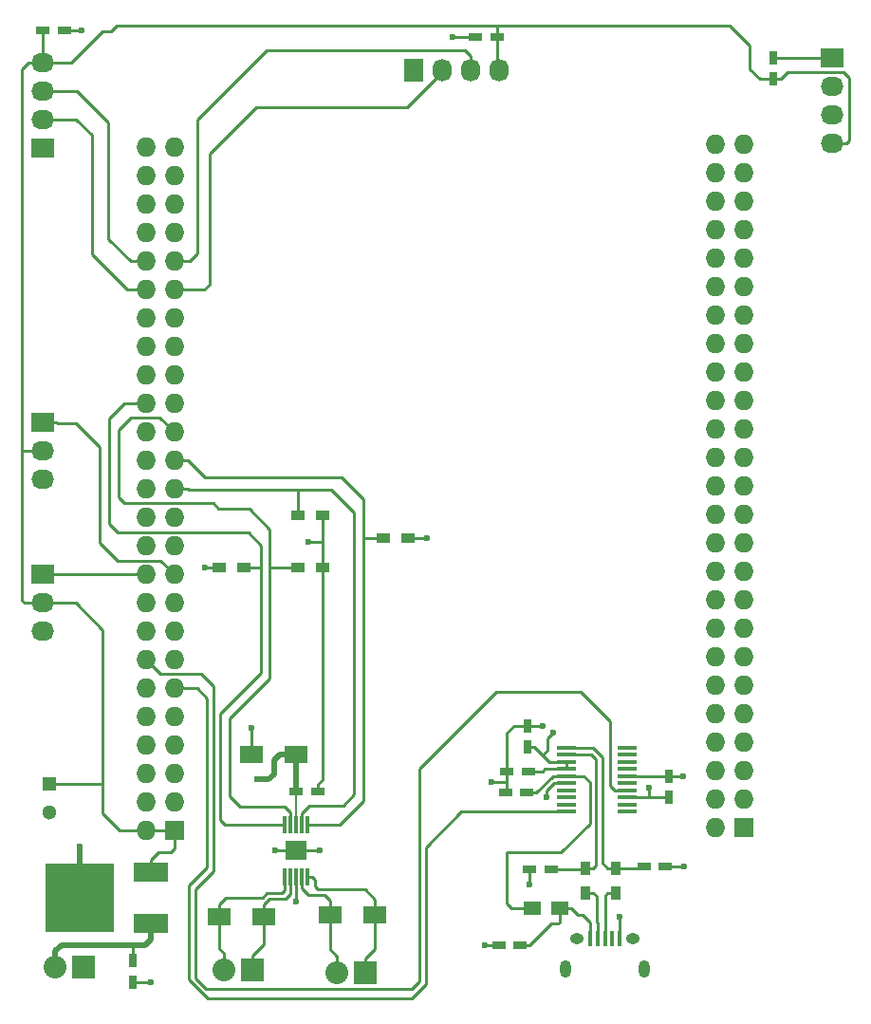
<source format=gbr>
G04 #@! TF.FileFunction,Copper,L1,Top,Signal*
%FSLAX46Y46*%
G04 Gerber Fmt 4.6, Leading zero omitted, Abs format (unit mm)*
G04 Created by KiCad (PCBNEW 4.0.5) date Mon Mar 20 16:02:57 2017*
%MOMM*%
%LPD*%
G01*
G04 APERTURE LIST*
%ADD10C,0.100000*%
%ADD11R,2.000000X1.600000*%
%ADD12R,1.200000X0.750000*%
%ADD13R,0.750000X1.200000*%
%ADD14C,1.300000*%
%ADD15R,1.300000X1.300000*%
%ADD16R,1.500000X1.250000*%
%ADD17R,0.400000X1.350000*%
%ADD18O,1.250000X0.950000*%
%ADD19O,1.000000X1.550000*%
%ADD20R,1.727200X1.727200*%
%ADD21O,1.727200X1.727200*%
%ADD22R,2.032000X1.727200*%
%ADD23O,2.032000X1.727200*%
%ADD24R,1.727200X2.032000*%
%ADD25O,1.727200X2.032000*%
%ADD26R,2.032000X2.032000*%
%ADD27O,2.032000X2.032000*%
%ADD28R,1.200000X0.900000*%
%ADD29R,0.900000X1.200000*%
%ADD30R,0.300000X1.650000*%
%ADD31R,1.980000X1.730000*%
%ADD32R,1.700000X0.350000*%
%ADD33R,3.048000X1.651000*%
%ADD34R,6.096000X6.096000*%
%ADD35C,0.600000*%
%ADD36C,0.500000*%
%ADD37C,0.250000*%
%ADD38C,0.200000*%
G04 APERTURE END LIST*
D10*
D11*
X112450000Y-103500000D03*
X108450000Y-103500000D03*
D12*
X112450000Y-106800000D03*
X114350000Y-106800000D03*
D11*
X119500000Y-117800000D03*
X115500000Y-117800000D03*
X109550000Y-117950000D03*
X105550000Y-117950000D03*
D12*
X132450000Y-120500000D03*
X130550000Y-120500000D03*
X133050000Y-106900000D03*
X131150000Y-106900000D03*
X143500000Y-113500000D03*
X145400000Y-113500000D03*
X135200000Y-113750000D03*
X133300000Y-113750000D03*
D13*
X145700000Y-107350000D03*
X145700000Y-105450000D03*
X133100000Y-102850000D03*
X133100000Y-100950000D03*
D12*
X133150000Y-105000000D03*
X131250000Y-105000000D03*
D13*
X97850000Y-121900000D03*
X97850000Y-123800000D03*
D14*
X90450000Y-108650000D03*
D15*
X90450000Y-106150000D03*
D13*
X155050000Y-43250000D03*
X155050000Y-41350000D03*
D12*
X130350000Y-39500000D03*
X128450000Y-39500000D03*
X89850000Y-38900000D03*
X91750000Y-38900000D03*
D16*
X133500000Y-117250000D03*
X136000000Y-117250000D03*
D17*
X138699100Y-119937460D03*
X139349100Y-119937460D03*
X139999100Y-119937460D03*
X140649100Y-119937460D03*
X141299100Y-119937460D03*
D18*
X137499100Y-119937460D03*
X142499100Y-119937460D03*
D19*
X136499100Y-122637460D03*
X143499100Y-122637460D03*
D20*
X152400000Y-110000000D03*
D21*
X149860000Y-110000000D03*
X152400000Y-107460000D03*
X149860000Y-107460000D03*
X152400000Y-104920000D03*
X149860000Y-104920000D03*
X152400000Y-102380000D03*
X149860000Y-102380000D03*
X152400000Y-99840000D03*
X149860000Y-99840000D03*
X152400000Y-97300000D03*
X149860000Y-97300000D03*
X152400000Y-94760000D03*
X149860000Y-94760000D03*
X152400000Y-92220000D03*
X149860000Y-92220000D03*
X152400000Y-89680000D03*
X149860000Y-89680000D03*
X152400000Y-87140000D03*
X149860000Y-87140000D03*
X152400000Y-84600000D03*
X149860000Y-84600000D03*
X152400000Y-82060000D03*
X149860000Y-82060000D03*
X152400000Y-79520000D03*
X149860000Y-79520000D03*
X152400000Y-76980000D03*
X149860000Y-76980000D03*
X152400000Y-74440000D03*
X149860000Y-74440000D03*
X152400000Y-71900000D03*
X149860000Y-71900000D03*
X152400000Y-69360000D03*
X149860000Y-69360000D03*
X152400000Y-66820000D03*
X149860000Y-66820000D03*
X152400000Y-64280000D03*
X149860000Y-64280000D03*
X152400000Y-61740000D03*
X149860000Y-61740000D03*
X152400000Y-59200000D03*
X149860000Y-59200000D03*
X152400000Y-56660000D03*
X149860000Y-56660000D03*
X152400000Y-54120000D03*
X149860000Y-54120000D03*
X152400000Y-51580000D03*
X149860000Y-51580000D03*
X152400000Y-49040000D03*
X149860000Y-49040000D03*
D20*
X101600000Y-110320000D03*
D21*
X99060000Y-110320000D03*
X101600000Y-107780000D03*
X99060000Y-107780000D03*
X101600000Y-105240000D03*
X99060000Y-105240000D03*
X101600000Y-102700000D03*
X99060000Y-102700000D03*
X101600000Y-100160000D03*
X99060000Y-100160000D03*
X101600000Y-97620000D03*
X99060000Y-97620000D03*
X101600000Y-95080000D03*
X99060000Y-95080000D03*
X101600000Y-92540000D03*
X99060000Y-92540000D03*
X101600000Y-90000000D03*
X99060000Y-90000000D03*
X101600000Y-87460000D03*
X99060000Y-87460000D03*
X101600000Y-84920000D03*
X99060000Y-84920000D03*
X101600000Y-82380000D03*
X99060000Y-82380000D03*
X101600000Y-79840000D03*
X99060000Y-79840000D03*
X101600000Y-77300000D03*
X99060000Y-77300000D03*
X101600000Y-74760000D03*
X99060000Y-74760000D03*
X101600000Y-72220000D03*
X99060000Y-72220000D03*
X101600000Y-69680000D03*
X99060000Y-69680000D03*
X101600000Y-67140000D03*
X99060000Y-67140000D03*
X101600000Y-64600000D03*
X99060000Y-64600000D03*
X101600000Y-62060000D03*
X99060000Y-62060000D03*
X101600000Y-59520000D03*
X99060000Y-59520000D03*
X101600000Y-56980000D03*
X99060000Y-56980000D03*
X101600000Y-54440000D03*
X99060000Y-54440000D03*
X101600000Y-51900000D03*
X99060000Y-51900000D03*
X101600000Y-49360000D03*
X99060000Y-49360000D03*
D22*
X160300000Y-41320000D03*
D23*
X160300000Y-43860000D03*
X160300000Y-46400000D03*
X160300000Y-48940000D03*
D24*
X122960000Y-42500000D03*
D25*
X125500000Y-42500000D03*
X128040000Y-42500000D03*
X130580000Y-42500000D03*
D22*
X89850000Y-49380000D03*
D23*
X89850000Y-46840000D03*
X89850000Y-44300000D03*
X89850000Y-41760000D03*
D26*
X118650000Y-122950000D03*
D27*
X116110000Y-122950000D03*
D26*
X108540000Y-122700000D03*
D27*
X106000000Y-122700000D03*
D22*
X89800000Y-73870000D03*
D23*
X89800000Y-76410000D03*
X89800000Y-78950000D03*
D22*
X89800000Y-87460000D03*
D23*
X89800000Y-90000000D03*
X89800000Y-92540000D03*
D28*
X107800000Y-86800000D03*
X105600000Y-86800000D03*
X112600000Y-86800000D03*
X114800000Y-86800000D03*
X112650000Y-82150000D03*
X114850000Y-82150000D03*
X120200000Y-84200000D03*
X122400000Y-84200000D03*
D29*
X138250000Y-113650000D03*
X138250000Y-115850000D03*
X140950000Y-113650000D03*
X140950000Y-115850000D03*
D30*
X113450000Y-109800000D03*
X112950000Y-109800000D03*
X112450000Y-109800000D03*
X111950000Y-109800000D03*
X111450000Y-109800000D03*
X111450000Y-114400000D03*
X111950000Y-114400000D03*
X112450000Y-114400000D03*
X112950000Y-114400000D03*
X113450000Y-114400000D03*
D31*
X112450000Y-112100000D03*
D32*
X141950000Y-108607500D03*
X141950000Y-107972500D03*
X141950000Y-107337500D03*
X141950000Y-106702500D03*
X141950000Y-106067500D03*
X141950000Y-105432500D03*
X141950000Y-104797500D03*
X141950000Y-104162500D03*
X141950000Y-103527500D03*
X141950000Y-102892500D03*
X136550000Y-102892500D03*
X136550000Y-103527500D03*
X136550000Y-104162500D03*
X136550000Y-104797500D03*
X136550000Y-105432500D03*
X136550000Y-106067500D03*
X136550000Y-106702500D03*
X136550000Y-107337500D03*
X136550000Y-107972500D03*
X136550000Y-108607500D03*
D33*
X99500000Y-118536000D03*
D34*
X93150000Y-116250000D03*
D33*
X99500000Y-113964000D03*
D26*
X93500000Y-122500000D03*
D27*
X90960000Y-122500000D03*
D35*
X109000000Y-105750000D03*
X99500000Y-123800000D03*
X93150000Y-111750000D03*
X126450000Y-39500000D03*
X93300000Y-38900000D03*
X112450000Y-116600000D03*
X114550000Y-112100000D03*
X110550000Y-112100000D03*
X108450000Y-101100000D03*
X134450000Y-100950000D03*
X141300000Y-118000000D03*
X129250000Y-120500000D03*
X147050000Y-113500000D03*
X133300000Y-115100000D03*
X147000000Y-105450000D03*
X134800000Y-107300000D03*
X129850000Y-105950000D03*
X104350000Y-86800000D03*
X124150000Y-84200000D03*
X113500000Y-84500000D03*
X135400000Y-101600000D03*
X143900000Y-106500000D03*
D36*
X91523160Y-120500000D02*
X97850000Y-120500000D01*
X97850000Y-120500000D02*
X99000000Y-120500000D01*
D37*
X97850000Y-121900000D02*
X97850000Y-121050000D01*
X97850000Y-121050000D02*
X97850000Y-120500000D01*
D36*
X99000000Y-120500000D02*
X99500000Y-120000000D01*
X99500000Y-120000000D02*
X99500000Y-118536000D01*
X90960000Y-122500000D02*
X90960000Y-121063160D01*
X90960000Y-121063160D02*
X91523160Y-120500000D01*
X110500000Y-104000000D02*
X111000000Y-103500000D01*
X111000000Y-103500000D02*
X112450000Y-103500000D01*
X110500000Y-105250000D02*
X110500000Y-104000000D01*
X110000000Y-105750000D02*
X110500000Y-105250000D01*
X109000000Y-105750000D02*
X110000000Y-105750000D01*
X112450000Y-106800000D02*
X112450000Y-106175000D01*
X112450000Y-106175000D02*
X112450000Y-103500000D01*
D38*
X112450000Y-109800000D02*
X112450000Y-106800000D01*
D37*
X97850000Y-123800000D02*
X99500000Y-123800000D01*
D36*
X93150000Y-112952000D02*
X93150000Y-111750000D01*
X93150000Y-116250000D02*
X93150000Y-112952000D01*
D37*
X128450000Y-39500000D02*
X126450000Y-39500000D01*
X91750000Y-38900000D02*
X93300000Y-38900000D01*
X159120000Y-41350000D02*
X160270000Y-41350000D01*
X160270000Y-41350000D02*
X160300000Y-41320000D01*
X112450000Y-116300000D02*
X112450000Y-116600000D01*
X112450000Y-114400000D02*
X112450000Y-116300000D01*
X113690000Y-112100000D02*
X114550000Y-112100000D01*
X112450000Y-112100000D02*
X113690000Y-112100000D01*
X112450000Y-112100000D02*
X110550000Y-112100000D01*
X133725000Y-100950000D02*
X134450000Y-100950000D01*
X133100000Y-100950000D02*
X133725000Y-100950000D01*
X141300000Y-119011560D02*
X141300000Y-118000000D01*
X141299100Y-119937460D02*
X141299100Y-119012460D01*
X141299100Y-119012460D02*
X141300000Y-119011560D01*
X130550000Y-120500000D02*
X129250000Y-120500000D01*
X146250000Y-113500000D02*
X147050000Y-113500000D01*
X145400000Y-113500000D02*
X146250000Y-113500000D01*
X133300000Y-114375000D02*
X133300000Y-115100000D01*
X133300000Y-113750000D02*
X133300000Y-114375000D01*
X146325000Y-105450000D02*
X147000000Y-105450000D01*
X145700000Y-105450000D02*
X146325000Y-105450000D01*
X134800000Y-106717500D02*
X134800000Y-107300000D01*
X136550000Y-106067500D02*
X135450000Y-106067500D01*
X135450000Y-106067500D02*
X134800000Y-106717500D01*
X131250000Y-105950000D02*
X131250000Y-106800000D01*
X131250000Y-105000000D02*
X131250000Y-105950000D01*
X131250000Y-105950000D02*
X129850000Y-105950000D01*
X104750000Y-86800000D02*
X104350000Y-86800000D01*
X105600000Y-86800000D02*
X104750000Y-86800000D01*
X122400000Y-84200000D02*
X124150000Y-84200000D01*
X114800000Y-84500000D02*
X114800000Y-82200000D01*
X114800000Y-86800000D02*
X114800000Y-84500000D01*
X114800000Y-84500000D02*
X113500000Y-84500000D01*
X114800000Y-94750000D02*
X114800000Y-94400000D01*
X114800000Y-94400000D02*
X114800000Y-86800000D01*
X114350000Y-106175000D02*
X114800000Y-105725000D01*
X114350000Y-106800000D02*
X114350000Y-106175000D01*
X114800000Y-105725000D02*
X114800000Y-94400000D01*
X108450000Y-103500000D02*
X108450000Y-101100000D01*
X114800000Y-82200000D02*
X114850000Y-82150000D01*
X155050000Y-41350000D02*
X159120000Y-41350000D01*
X131250000Y-101600000D02*
X131900000Y-100950000D01*
X131900000Y-100950000D02*
X133100000Y-100950000D01*
X131250000Y-105000000D02*
X131250000Y-101600000D01*
X131250000Y-106800000D02*
X131150000Y-106900000D01*
X141950000Y-105432500D02*
X145682500Y-105432500D01*
X145682500Y-105432500D02*
X145700000Y-105450000D01*
X118600000Y-115550000D02*
X119500000Y-116450000D01*
X119500000Y-116450000D02*
X119500000Y-117800000D01*
X114350000Y-115550000D02*
X118600000Y-115550000D01*
X114100000Y-115300000D02*
X114350000Y-115550000D01*
X114100000Y-114650000D02*
X114100000Y-115300000D01*
X113450000Y-114400000D02*
X113850000Y-114400000D01*
X113850000Y-114400000D02*
X114100000Y-114650000D01*
X119500000Y-120834000D02*
X119500000Y-117800000D01*
X118650000Y-122950000D02*
X118650000Y-121684000D01*
X118650000Y-121684000D02*
X119500000Y-120834000D01*
X115000000Y-116050000D02*
X115500000Y-116550000D01*
X115500000Y-116550000D02*
X115500000Y-117800000D01*
X113525000Y-116050000D02*
X115000000Y-116050000D01*
X112950000Y-114400000D02*
X112950000Y-115475000D01*
X112950000Y-115475000D02*
X113525000Y-116050000D01*
X115500000Y-120903160D02*
X115500000Y-117800000D01*
X116110000Y-122950000D02*
X116110000Y-121513160D01*
X116110000Y-121513160D02*
X115500000Y-120903160D01*
X111500000Y-116400000D02*
X111950000Y-115950000D01*
X111950000Y-115950000D02*
X111950000Y-114400000D01*
X110050000Y-116400000D02*
X111500000Y-116400000D01*
X109550000Y-117950000D02*
X109550000Y-116900000D01*
X109550000Y-116900000D02*
X110050000Y-116400000D01*
X109550000Y-120424000D02*
X109550000Y-117950000D01*
X108540000Y-122700000D02*
X108540000Y-121434000D01*
X108540000Y-121434000D02*
X109550000Y-120424000D01*
X111150000Y-115900000D02*
X111450000Y-115600000D01*
X111450000Y-115600000D02*
X111450000Y-114400000D01*
X109800000Y-115900000D02*
X111150000Y-115900000D01*
X109450000Y-116250000D02*
X109800000Y-115900000D01*
X106200000Y-116250000D02*
X109450000Y-116250000D01*
X105550000Y-117950000D02*
X105550000Y-116900000D01*
X105550000Y-116900000D02*
X106200000Y-116250000D01*
X106000000Y-122700000D02*
X106000000Y-121263160D01*
X106000000Y-121263160D02*
X105550000Y-120813160D01*
X105550000Y-120813160D02*
X105550000Y-117950000D01*
X135850000Y-118550000D02*
X136000000Y-118400000D01*
X136000000Y-118400000D02*
X136000000Y-117250000D01*
X135250000Y-118550000D02*
X135850000Y-118550000D01*
X132450000Y-120500000D02*
X133300000Y-120500000D01*
X133300000Y-120500000D02*
X135250000Y-118550000D01*
X138000000Y-117800000D02*
X138699100Y-118499100D01*
X138699100Y-118499100D02*
X138699100Y-119937460D01*
X137550000Y-117800000D02*
X138000000Y-117800000D01*
X136000000Y-117250000D02*
X137000000Y-117250000D01*
X137000000Y-117250000D02*
X137550000Y-117800000D01*
X138650000Y-105950000D02*
X138132500Y-105432500D01*
X138132500Y-105432500D02*
X136550000Y-105432500D01*
X138650000Y-109650000D02*
X138650000Y-105950000D01*
X136100000Y-112200000D02*
X138650000Y-109650000D01*
X131250000Y-116800000D02*
X131250000Y-112200000D01*
X131250000Y-112200000D02*
X136100000Y-112200000D01*
X133500000Y-117250000D02*
X131700000Y-117250000D01*
X131700000Y-117250000D02*
X131250000Y-116800000D01*
X133050000Y-106900000D02*
X133900000Y-106900000D01*
X133900000Y-106900000D02*
X135367500Y-105432500D01*
X135367500Y-105432500D02*
X136550000Y-105432500D01*
X139800000Y-103750000D02*
X138942500Y-102892500D01*
X138942500Y-102892500D02*
X136550000Y-102892500D01*
X139800000Y-113200000D02*
X139800000Y-103750000D01*
X140250000Y-113650000D02*
X139800000Y-113200000D01*
X140950000Y-113650000D02*
X140250000Y-113650000D01*
X140950000Y-113650000D02*
X143350000Y-113650000D01*
X143350000Y-113650000D02*
X143500000Y-113500000D01*
X139200000Y-103950000D02*
X138777500Y-103527500D01*
X138777500Y-103527500D02*
X136550000Y-103527500D01*
X139200000Y-113400000D02*
X139200000Y-103950000D01*
X138250000Y-113650000D02*
X138950000Y-113650000D01*
X138950000Y-113650000D02*
X139200000Y-113400000D01*
X135200000Y-113750000D02*
X138150000Y-113750000D01*
X138150000Y-113750000D02*
X138250000Y-113650000D01*
X133725000Y-102850000D02*
X134450000Y-103575000D01*
X134450000Y-103575000D02*
X135037500Y-104162500D01*
X134900000Y-102100000D02*
X134900000Y-103125000D01*
X134900000Y-103125000D02*
X134450000Y-103575000D01*
X135400000Y-101600000D02*
X134900000Y-102100000D01*
X143900000Y-107350000D02*
X141962500Y-107350000D01*
X145700000Y-107350000D02*
X143900000Y-107350000D01*
X143900000Y-107350000D02*
X143900000Y-106500000D01*
X134650000Y-104797500D02*
X136550000Y-104797500D01*
X133150000Y-105000000D02*
X134447500Y-105000000D01*
X134447500Y-105000000D02*
X134650000Y-104797500D01*
X136550000Y-104162500D02*
X136550000Y-104797500D01*
X133100000Y-102850000D02*
X133725000Y-102850000D01*
X135037500Y-104162500D02*
X136550000Y-104162500D01*
X141962500Y-107350000D02*
X141950000Y-107337500D01*
X95150000Y-92384000D02*
X95150000Y-106250000D01*
X95150000Y-106250000D02*
X95150000Y-108750000D01*
X90450000Y-106150000D02*
X95050000Y-106150000D01*
X95050000Y-106150000D02*
X95150000Y-106250000D01*
X101250000Y-112250000D02*
X101600000Y-111900000D01*
X101600000Y-111900000D02*
X101600000Y-110320000D01*
X100138500Y-112250000D02*
X101250000Y-112250000D01*
X99500000Y-113964000D02*
X99500000Y-112888500D01*
X99500000Y-112888500D02*
X100138500Y-112250000D01*
X88000000Y-76400000D02*
X88000000Y-89750000D01*
X88000000Y-42344000D02*
X88000000Y-76400000D01*
X88000000Y-76400000D02*
X88010000Y-76410000D01*
X88010000Y-76410000D02*
X89800000Y-76410000D01*
X89800000Y-90000000D02*
X92766000Y-90000000D01*
X92766000Y-90000000D02*
X95150000Y-92384000D01*
X95150000Y-108750000D02*
X96720000Y-110320000D01*
X96720000Y-110320000D02*
X99060000Y-110320000D01*
X88000000Y-89750000D02*
X88250000Y-90000000D01*
X88250000Y-90000000D02*
X89800000Y-90000000D01*
X89850000Y-41760000D02*
X88584000Y-41760000D01*
X88584000Y-41760000D02*
X88000000Y-42344000D01*
X89850000Y-41760000D02*
X89850000Y-40646400D01*
X89850000Y-40646400D02*
X89850000Y-38900000D01*
X155050000Y-43250000D02*
X155675000Y-43250000D01*
X161800000Y-48706000D02*
X161566000Y-48940000D01*
X155675000Y-43250000D02*
X156325000Y-42600000D01*
X161800000Y-43100000D02*
X161800000Y-48706000D01*
X156325000Y-42600000D02*
X161300000Y-42600000D01*
X161300000Y-42600000D02*
X161800000Y-43100000D01*
X161566000Y-48940000D02*
X160300000Y-48940000D01*
X92340000Y-41760000D02*
X95150000Y-38950000D01*
X96450000Y-38450000D02*
X129750000Y-38450000D01*
X95150000Y-38950000D02*
X95950000Y-38950000D01*
X95950000Y-38950000D02*
X96450000Y-38450000D01*
X89850000Y-41760000D02*
X92340000Y-41760000D01*
X152950000Y-42400000D02*
X153800000Y-43250000D01*
X153800000Y-43250000D02*
X155050000Y-43250000D01*
X152950000Y-40300000D02*
X152950000Y-42400000D01*
X151100000Y-38450000D02*
X152950000Y-40300000D01*
X129750000Y-38450000D02*
X130400000Y-38450000D01*
X129750000Y-38450000D02*
X151100000Y-38450000D01*
X130350000Y-39500000D02*
X130350000Y-38500000D01*
X130350000Y-38500000D02*
X130400000Y-38450000D01*
X130350000Y-39500000D02*
X130350000Y-42270000D01*
X130350000Y-42270000D02*
X130580000Y-42500000D01*
X99060000Y-110320000D02*
X101600000Y-110320000D01*
X89840000Y-41750000D02*
X89850000Y-41760000D01*
X139349100Y-119937460D02*
X139349100Y-119012460D01*
X139349100Y-119012460D02*
X139350000Y-119011560D01*
X139350000Y-118550000D02*
X139250000Y-118450000D01*
X139350000Y-119011560D02*
X139350000Y-118550000D01*
X139250000Y-118450000D02*
X139250000Y-116150000D01*
X139250000Y-116150000D02*
X138950000Y-115850000D01*
X138950000Y-115850000D02*
X138250000Y-115850000D01*
X139999100Y-119937460D02*
X139999100Y-116100900D01*
X139999100Y-116100900D02*
X140250000Y-115850000D01*
X140250000Y-115850000D02*
X140950000Y-115850000D01*
X101600000Y-97620000D02*
X103600000Y-97620000D01*
X103600000Y-97620000D02*
X104450000Y-98470000D01*
X124000000Y-111800000D02*
X127192500Y-108607500D01*
X104450000Y-98470000D02*
X104450000Y-113600000D01*
X104450000Y-113600000D02*
X102900000Y-115150000D01*
X104550000Y-125250000D02*
X122750000Y-125250000D01*
X102900000Y-115150000D02*
X102900000Y-123600000D01*
X102900000Y-123600000D02*
X104550000Y-125250000D01*
X122750000Y-125250000D02*
X124000000Y-124000000D01*
X124000000Y-124000000D02*
X124000000Y-111800000D01*
X127192500Y-108607500D02*
X136550000Y-108607500D01*
X99060000Y-95080000D02*
X100330000Y-96350000D01*
X123450000Y-104800000D02*
X130300000Y-97950000D01*
X100330000Y-96350000D02*
X104000000Y-96350000D01*
X137850000Y-97950000D02*
X140450000Y-100550000D01*
X140450000Y-100550000D02*
X140450000Y-106302500D01*
X140850000Y-106702500D02*
X141950000Y-106702500D01*
X104000000Y-96350000D02*
X105100000Y-97450000D01*
X103500000Y-115500000D02*
X103500000Y-123500000D01*
X103500000Y-123500000D02*
X104400000Y-124400000D01*
X123450000Y-123750000D02*
X123450000Y-104800000D01*
X105100000Y-97450000D02*
X105100000Y-113900000D01*
X105100000Y-113900000D02*
X103500000Y-115500000D01*
X104400000Y-124400000D02*
X122800000Y-124400000D01*
X122800000Y-124400000D02*
X123450000Y-123750000D01*
X130300000Y-97950000D02*
X137850000Y-97950000D01*
X140450000Y-106302500D02*
X140850000Y-106702500D01*
X91900000Y-73920000D02*
X92200000Y-73920000D01*
X92200000Y-73920000D02*
X92766000Y-73920000D01*
X89800000Y-73870000D02*
X91066000Y-73870000D01*
X91116000Y-73920000D02*
X92200000Y-73920000D01*
X91066000Y-73870000D02*
X91116000Y-73920000D01*
X92766000Y-73920000D02*
X94950000Y-76104000D01*
X96500000Y-86200000D02*
X100340000Y-86200000D01*
X100340000Y-86200000D02*
X101600000Y-87460000D01*
X94950000Y-76104000D02*
X94950000Y-84650000D01*
X94950000Y-84650000D02*
X96500000Y-86200000D01*
X89800000Y-87460000D02*
X91066000Y-87460000D01*
X91066000Y-87460000D02*
X99060000Y-87460000D01*
X118450000Y-84150000D02*
X118450000Y-107650000D01*
X118450000Y-84150000D02*
X118500000Y-84200000D01*
X118450000Y-80750000D02*
X118450000Y-84150000D01*
X118500000Y-84200000D02*
X120200000Y-84200000D01*
X101600000Y-77300000D02*
X102821314Y-77300000D01*
X102821314Y-77300000D02*
X104321314Y-78800000D01*
X104321314Y-78800000D02*
X116500000Y-78800000D01*
X116500000Y-78800000D02*
X118450000Y-80750000D01*
X118450000Y-107650000D02*
X116300000Y-109800000D01*
X116300000Y-109800000D02*
X113450000Y-109800000D01*
X115550000Y-79850000D02*
X112600000Y-79850000D01*
X112650000Y-82150000D02*
X112650000Y-79900000D01*
X112600000Y-79850000D02*
X102831314Y-79850000D01*
X112650000Y-79900000D02*
X112600000Y-79850000D01*
X112950000Y-109800000D02*
X112950000Y-108725000D01*
X112950000Y-108725000D02*
X113625000Y-108050000D01*
X113625000Y-108050000D02*
X116650000Y-108050000D01*
X116650000Y-108050000D02*
X117600000Y-107100000D01*
X102821314Y-79840000D02*
X101600000Y-79840000D01*
X117600000Y-107100000D02*
X117600000Y-81900000D01*
X117600000Y-81900000D02*
X115550000Y-79850000D01*
X102831314Y-79850000D02*
X102821314Y-79840000D01*
X111950000Y-109800000D02*
X111950000Y-108700000D01*
X111950000Y-108700000D02*
X111450000Y-108200000D01*
X111450000Y-108200000D02*
X107450000Y-108200000D01*
X107450000Y-108200000D02*
X107450000Y-108150000D01*
X106550000Y-107250000D02*
X106550000Y-100250000D01*
X107450000Y-108150000D02*
X106550000Y-107250000D01*
X110100000Y-96700000D02*
X110100000Y-86800000D01*
X106550000Y-100250000D02*
X110100000Y-96700000D01*
X110100000Y-83400000D02*
X110100000Y-86800000D01*
X110100000Y-86800000D02*
X112600000Y-86800000D01*
X101600000Y-74760000D02*
X100248601Y-73408601D01*
X100248601Y-73408601D02*
X97741399Y-73408601D01*
X105050000Y-81100000D02*
X105500000Y-81550000D01*
X105500000Y-81550000D02*
X108250000Y-81550000D01*
X97741399Y-73408601D02*
X96600000Y-74550000D01*
X96600000Y-74550000D02*
X96600000Y-80550000D01*
X96600000Y-80550000D02*
X97150000Y-81100000D01*
X108250000Y-81550000D02*
X110100000Y-83400000D01*
X97150000Y-81100000D02*
X105050000Y-81100000D01*
X109300000Y-86800000D02*
X109300000Y-84850000D01*
X109300000Y-84850000D02*
X108181399Y-83731399D01*
X95800000Y-82950000D02*
X95800000Y-73500000D01*
X108181399Y-83731399D02*
X101200000Y-83731399D01*
X96550000Y-83700000D02*
X95800000Y-82950000D01*
X101200000Y-83731399D02*
X101168601Y-83700000D01*
X95800000Y-73500000D02*
X97080000Y-72220000D01*
X101168601Y-83700000D02*
X96550000Y-83700000D01*
X97080000Y-72220000D02*
X99060000Y-72220000D01*
X109300000Y-86800000D02*
X109300000Y-96250000D01*
X107800000Y-86800000D02*
X109300000Y-86800000D01*
X105650000Y-109350000D02*
X106100000Y-109800000D01*
X109300000Y-96250000D02*
X105650000Y-99900000D01*
X105650000Y-99900000D02*
X105650000Y-109350000D01*
X106100000Y-109800000D02*
X111450000Y-109800000D01*
X104700000Y-61600000D02*
X104240000Y-62060000D01*
X104240000Y-62060000D02*
X101600000Y-62060000D01*
X104700000Y-49950000D02*
X104700000Y-61600000D01*
X108850000Y-45800000D02*
X104700000Y-49950000D01*
X122352400Y-45800000D02*
X108850000Y-45800000D01*
X125500000Y-42500000D02*
X125500000Y-42652400D01*
X125500000Y-42652400D02*
X122352400Y-45800000D01*
X99060000Y-62060000D02*
X97410000Y-62060000D01*
X97410000Y-62060000D02*
X94200000Y-58850000D01*
X94200000Y-58850000D02*
X94200000Y-48250000D01*
X94200000Y-48250000D02*
X92790000Y-46840000D01*
X92790000Y-46840000D02*
X91116000Y-46840000D01*
X91116000Y-46840000D02*
X89850000Y-46840000D01*
X103650000Y-58800000D02*
X102930000Y-59520000D01*
X102930000Y-59520000D02*
X101600000Y-59520000D01*
X103650000Y-46850000D02*
X103650000Y-58800000D01*
X109800000Y-40700000D02*
X103650000Y-46850000D01*
X127506000Y-40700000D02*
X109800000Y-40700000D01*
X128040000Y-42500000D02*
X128040000Y-41234000D01*
X128040000Y-41234000D02*
X127506000Y-40700000D01*
X95650000Y-47684000D02*
X95650000Y-47950000D01*
X95650000Y-47950000D02*
X95650000Y-57500000D01*
X89850000Y-44300000D02*
X92850000Y-44300000D01*
X92850000Y-44300000D02*
X95650000Y-47100000D01*
X95650000Y-47100000D02*
X95650000Y-47950000D01*
X95650000Y-57500000D02*
X97670000Y-59520000D01*
X97670000Y-59520000D02*
X99060000Y-59520000D01*
M02*

</source>
